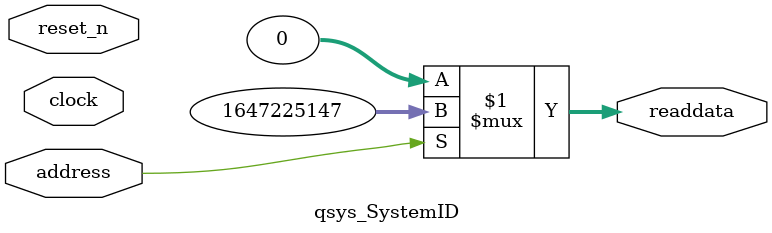
<source format=v>



// synthesis translate_off
`timescale 1ns / 1ps
// synthesis translate_on

// turn off superfluous verilog processor warnings 
// altera message_level Level1 
// altera message_off 10034 10035 10036 10037 10230 10240 10030 

module qsys_SystemID (
               // inputs:
                address,
                clock,
                reset_n,

               // outputs:
                readdata
             )
;

  output  [ 31: 0] readdata;
  input            address;
  input            clock;
  input            reset_n;

  wire    [ 31: 0] readdata;
  //control_slave, which is an e_avalon_slave
  assign readdata = address ? 1647225147 : 0;

endmodule



</source>
